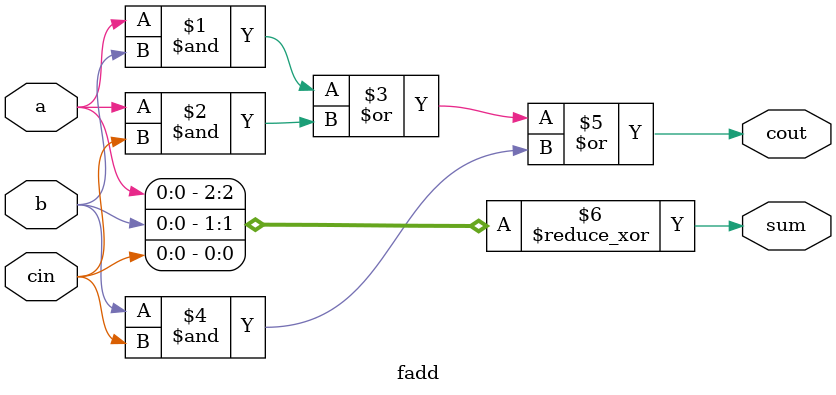
<source format=v>
module top_module( 
    input [3:0] x, y,
    output [4:0] sum );

    wire [3:0] cout;
    wire [3:0] cin = {cout[2:0], 1'b0};
    
    fadd inst_fadd [3:0] (
        .a   (x),
        .b   (y),
        .cin (cin),
        .cout(cout),
        .sum (sum[3:0])
    );

    assign sum[4] = cout[3];

endmodule

module fadd( 
    input a, b, cin,
    output cout, sum );

    assign cout = (a&b) | (a&cin) | (b&cin);
    assign sum  = ^{a , b, cin};

endmodule

// answer on HDLBits
//module top_module (
//	input [3:0] x,
//	input [3:0] y,
//	output [4:0] sum
//);
//
//	// This circuit is a 4-bit ripple-carry adder with carry-out.
//	assign sum = x+y;	// Verilog addition automatically produces the carry-out bit.
//
//	// Verilog quirk: Even though the value of (x+y) includes the carry-out, (x+y) is still considered to be a 4-bit number (The max width of the two operands).
//	// This is correct:
//	// assign sum = (x+y);
//	// But this is incorrect:
//	// assign sum = {x+y};	// Concatenation operator: This discards the carry-out
//endmodule
</source>
